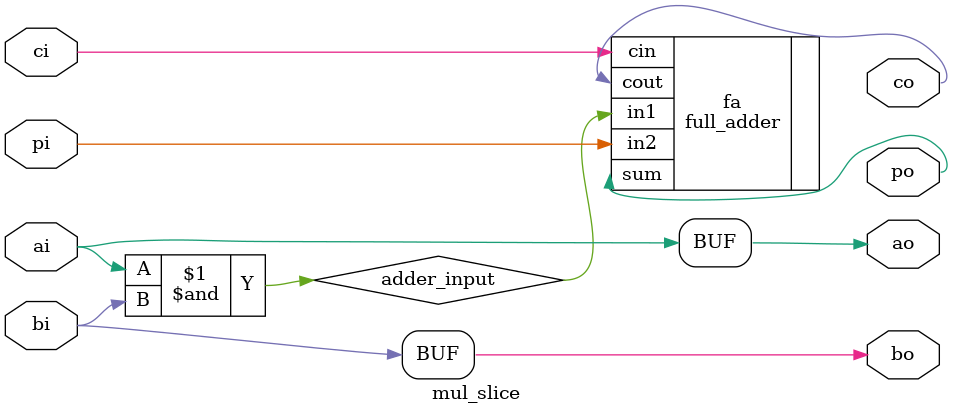
<source format=v>
module mul_slice (
  input  ai,
  input  bi,
  input  pi,
  input  ci,
  output ao,
  output bo,
  output po,
  output co
);

  wire adder_input;

  assign adder_input = ai & bi;
  assign ao          = ai;
  assign bo          = bi;

  full_adder fa (
    .in1 (adder_input),
    .in2 (pi),
    .cin (ci),
    .sum (po),
    .cout(co)
  );

endmodule

</source>
